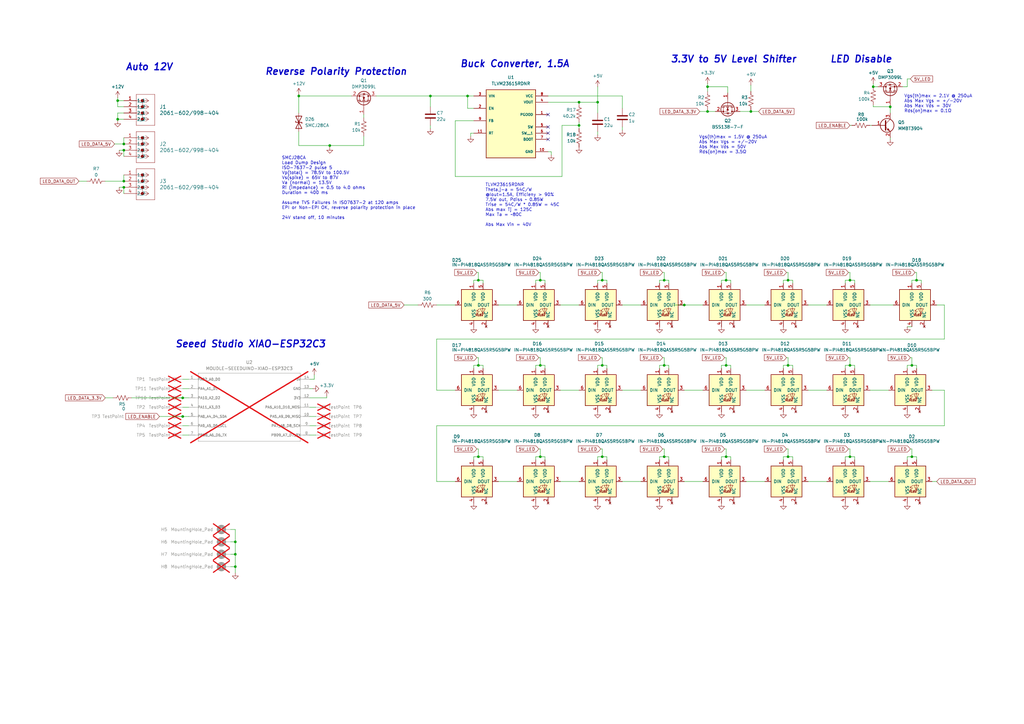
<source format=kicad_sch>
(kicad_sch (version 20231120) (generator "eeschema") (generator_version "8.0")
  (paper "A3")
  (lib_symbols
    (symbol "1-RJC-RV:IN-PI4818QAS5R5G5BPW" (pin_names (offset 1.016))
      (property "Reference" "D" (at -10.16 8.89 0))
      (property "Value" "IN-PI4818QAS5R5G5BPW" (at -9.906 -13.462 0))
      (symbol "IN-PI4818QAS5R5G5BPW_1_0"
        (text "RGBW" (at 2.286 -4.191 0) (effects (font (size 0.762 0.762))))
      )
      (symbol "IN-PI4818QAS5R5G5BPW_1_1"
        (pin power_in line (at 0 8.89 270) (length 2.54) (name "VDD") (number "1"))
        (pin no_connect line (at 5.08 -8.89 90) (length 2.54) (name "NC") (number "2"))
        (pin output line (at 10.16 0 180) (length 2.54) (name "DOUT") (number "3"))
        (pin power_in line (at 0 -8.89 90) (length 2.54) (name "VSS") (number "4"))
        (pin power_in line (at 3.81 8.89 270) (length 2.54) (name "VDD") (number "5"))
        (pin input line (at -7.62 0 0) (length 2.54) (name "DIN") (number "6"))
      )
    )
    (symbol "1-RJC-RV:MOUDLE-SEEEDUINO-XIAO-ESP32C3" (pin_names (offset 1.016))
      (property "Reference" "U" (at -21.59 15.24 0))
      (property "Value" "MOUDLE-SEEEDUINO-XIAO-ESP32C3" (at -21.59 13.97 0))
      (symbol "MOUDLE-SEEEDUINO-XIAO-ESP32C3_0_0"
        (pin bidirectional line (at -25.4 11.43 0) (length 2.54) (name "PA02_A0_D0") (number "1"))
        (pin bidirectional line (at 24.13 -3.81 180) (length 2.54) (name "PA5_A9_D9_MISO") (number "10"))
        (pin bidirectional line (at 24.13 0 180) (length 2.54) (name "PA6_A10_D10_MOSI") (number "11"))
        (pin bidirectional line (at 24.13 3.81 180) (length 2.54) (name "3V3") (number "12"))
        (pin bidirectional line (at 24.13 7.62 180) (length 2.54) (name "GND") (number "13"))
        (pin bidirectional line (at 24.13 11.43 180) (length 2.54) (name "5V") (number "14"))
        (pin bidirectional line (at -25.4 7.62 0) (length 2.54) (name "PA4_A1_D1") (number "2"))
        (pin bidirectional line (at -25.4 3.81 0) (length 2.54) (name "PA10_A2_D2") (number "3"))
        (pin bidirectional line (at -25.4 0 0) (length 2.54) (name "PA11_A3_D3") (number "4"))
        (pin bidirectional line (at -25.4 -3.81 0) (length 2.54) (name "PA8_A4_D4_SDA") (number "5"))
        (pin bidirectional line (at -25.4 -7.62 0) (length 2.54) (name "PA9_A5_D5_SCL") (number "6"))
        (pin bidirectional line (at -25.4 -11.43 0) (length 2.54) (name "PB08_A6_D6_TX") (number "7"))
        (pin bidirectional line (at 24.13 -11.43 180) (length 2.54) (name "PB09_A7_D7_RX") (number "8"))
        (pin bidirectional line (at 24.13 -7.62 180) (length 2.54) (name "PA7_A8_D8_SCK") (number "9"))
      )
    )
    (symbol "1-RJC-RV:TLVM23615RDNR" (pin_names (offset 1.016))
      (property "Reference" "U" (at -10.16 13.462 0))
      (property "Value" "TLVM23615RDNR" (at -10.16 -17.78 0))
      (symbol "TLVM23615RDNR_0_0"
        (pin output line (at 15.24 2.54 180) (length 5.08) (name "PGOOD") (number "1"))
        (pin power_in line (at 15.24 -12.7 180) (length 5.08) (name "GND") (number "10"))
        (pin passive line (at -15.24 -5.08 0) (length 5.08) (name "RT") (number "11"))
        (pin input line (at -15.24 5.08 0) (length 5.08) (name "EN") (number "2"))
        (pin input line (at -15.24 10.16 0) (length 5.08) (name "VIN") (number "3"))
        (pin output line (at 15.24 7.62 180) (length 5.08) (name "VOUT") (number "4"))
        (pin passive line (at 15.24 -2.54 180) (length 5.08) (name "SW") (number "5"))
        (pin passive line (at 15.24 -5.08 180) (length 5.08) (name "SW__1") (number "6"))
        (pin passive line (at 15.24 -7.62 180) (length 5.08) (name "BOOT") (number "7"))
        (pin output line (at 15.24 10.16 180) (length 5.08) (name "VCC") (number "8"))
        (pin input line (at -15.24 0 0) (length 5.08) (name "FB") (number "9"))
      )
    )
    (symbol "1-RJC-RV:WAGO_2061-602_998-404" (pin_names (offset 0.254))
      (property "Reference" "J" (at 8.89 6.35 0))
      (property "Value" "2061-602/998-404" (at 0 0 0))
      (symbol "WAGO_2061-602_998-404_1_1"
        (pin unspecified line (at 0 0 0) (length 5.08) (name "1_1") (number "1"))
        (pin unspecified line (at 0 -2.54 0) (length 5.08) (name "1_2") (number "2"))
        (pin unspecified line (at 0 -5.08 0) (length 5.08) (name "2_1") (number "3"))
        (pin unspecified line (at 0 -7.62 0) (length 5.08) (name "2_2") (number "4"))
      )
      (symbol "WAGO_2061-602_998-404_1_2"
        (pin unspecified line (at 0 0 0) (length 5.08) (name "1_1") (number "1"))
        (pin unspecified line (at 0 -2.54 0) (length 5.08) (name "1_2") (number "2"))
        (pin unspecified line (at 0 -5.08 0) (length 5.08) (name "2_1") (number "3"))
        (pin unspecified line (at 0 -7.62 0) (length 5.08) (name "2_2") (number "4"))
      )
    )
    (symbol "Connector:TestPoint" (pin_numbers hide) (pin_names (offset 0.762) hide)
      (property "Reference" "TP" (at 0 6.858 0))
      (property "Value" "TestPoint" (at 0 5.08 0))
      (symbol "TestPoint_1_1"
        (pin passive line (at 0 0 90) (length 2.54) (name "1") (number "1"))
      )
    )
    (symbol "Device:C" (pin_numbers hide) (pin_names (offset 0.254))
      (property "Reference" "C" (at 0.635 2.54 0))
      (property "Value" "C" (at 0.635 -2.54 0))
      (symbol "C_1_1"
        (pin passive line (at 0 3.81 270) (length 2.794) (name "~") (number "1"))
        (pin passive line (at 0 -3.81 90) (length 2.794) (name "~") (number "2"))
      )
    )
    (symbol "Device:D_TVS" (pin_numbers hide) (pin_names (offset 1.016) hide)
      (property "Reference" "D" (at 0 2.54 0))
      (property "Value" "D_TVS" (at 0 -2.54 0))
      (symbol "D_TVS_1_1"
        (pin passive line (at -3.81 0 0) (length 2.54) (name "A1") (number "1"))
        (pin passive line (at 3.81 0 180) (length 2.54) (name "A2") (number "2"))
      )
    )
    (symbol "Device:Q_NMOS_GSD" (pin_names (offset 0) hide)
      (property "Reference" "Q" (at 5.08 1.27 0))
      (property "Value" "Q_NMOS_GSD" (at 5.08 -1.27 0))
      (symbol "Q_NMOS_GSD_1_1"
        (pin input line (at -5.08 0 0) (length 2.54) (name "G") (number "1"))
        (pin passive line (at 2.54 -5.08 90) (length 2.54) (name "S") (number "2"))
        (pin passive line (at 2.54 5.08 270) (length 2.54) (name "D") (number "3"))
      )
    )
    (symbol "Device:R_US" (pin_numbers hide) (pin_names (offset 0))
      (property "Reference" "R" (at 2.54 0 90))
      (property "Value" "R_US" (at -2.54 0 90))
      (symbol "R_US_1_1"
        (pin passive line (at 0 3.81 270) (length 1.27) (name "~") (number "1"))
        (pin passive line (at 0 -3.81 90) (length 1.27) (name "~") (number "2"))
      )
    )
    (symbol "Mechanical:MountingHole_Pad" (pin_numbers hide) (pin_names (offset 1.016) hide) (exclude_from_sim yes) (in_bom no)
      (property "Reference" "H" (at 0 6.35 0))
      (property "Value" "MountingHole_Pad" (at 0 4.445 0))
      (symbol "MountingHole_Pad_1_1"
        (pin input line (at 0 -2.54 90) (length 2.54) (name "1") (number "1"))
      )
    )
    (symbol "Transistor_BJT:MMBT3904" (pin_names (offset 0) hide)
      (property "Reference" "Q" (at 5.08 1.905 0))
      (property "Value" "MMBT3904" (at 5.08 0 0))
      (symbol "MMBT3904_1_1"
        (pin input line (at -5.08 0 0) (length 5.715) (name "B") (number "1"))
        (pin passive line (at 2.54 -5.08 90) (length 2.54) (name "E") (number "2"))
        (pin passive line (at 2.54 5.08 270) (length 2.54) (name "C") (number "3"))
      )
    )
    (symbol "power:+12V" (power) (pin_numbers hide) (pin_names (offset 0) hide)
      (property "Value" "+12V" (at 0 3.556 0))
      (symbol "+12V_1_1"
        (pin power_in line (at 0 0 90) (length 0) (name "~") (number "1"))
      )
    )
    (symbol "power:+3.3V" (power) (pin_numbers hide) (pin_names (offset 0) hide)
      (property "Value" "+3.3V" (at 0 3.556 0))
      (symbol "+3.3V_1_1"
        (pin power_in line (at 0 0 90) (length 0) (name "~") (number "1"))
      )
    )
    (symbol "power:+5V" (power) (pin_numbers hide) (pin_names (offset 0) hide)
      (property "Value" "+5V" (at 0 3.556 0))
      (symbol "+5V_1_1"
        (pin power_in line (at 0 0 90) (length 0) (name "~") (number "1"))
      )
    )
    (symbol "power:GND" (power) (pin_names (offset 0))
      (property "Value" "GND" (at 0 -3.81 0))
      (symbol "GND_1_1"
        (pin power_in line (at 0 0 270) (length 0) hide (name "GND") (number "1"))
      )
    )
  )
  (junction (at 374.015 149.86))
  (junction (at 176.53 39.37))
  (junction (at 290.195 45.72))
  (junction (at 297.815 187.325))
  (junction (at 290.195 35.56))
  (junction (at 297.815 149.86))
  (junction (at 247.015 114.935))
  (junction (at 348.615 149.86))
  (junction (at 196.215 187.325))
  (junction (at 221.615 187.325))
  (junction (at 247.015 187.325))
  (junction (at 272.415 114.935))
  (junction (at 221.615 149.86))
  (junction (at 280.67 125.095))
  (junction (at 348.615 187.325))
  (junction (at 237.49 51.435))
  (junction (at 196.215 149.86))
  (junction (at 96.52 222.25))
  (junction (at 323.215 114.935))
  (junction (at 221.615 114.935))
  (junction (at 50.8 76.835))
  (junction (at 135.255 59.69))
  (junction (at 50.8 59.055))
  (junction (at 272.415 149.86))
  (junction (at 323.215 149.86))
  (junction (at 50.8 61.595))
  (junction (at 272.415 187.325))
  (junction (at 358.14 35.56))
  (junction (at 297.815 114.935))
  (junction (at 48.26 41.275))
  (junction (at 191.77 39.37))
  (junction (at 348.615 114.935))
  (junction (at 237.49 41.91))
  (junction (at 74.93 163.195))
  (junction (at 74.93 170.815))
  (junction (at 48.26 48.895))
  (junction (at 96.52 232.41))
  (junction (at 245.11 41.91))
  (junction (at 50.8 74.295))
  (junction (at 374.015 187.325))
  (junction (at 323.215 187.325))
  (junction (at 122.555 39.37))
  (junction (at 375.92 114.935))
  (junction (at 307.975 45.72))
  (junction (at 196.215 114.935))
  (junction (at 365.125 43.815))
  (junction (at 247.015 149.86))
  (junction (at 96.52 227.33))
  (no_connect (at 224.79 52.07))
  (no_connect (at 224.79 54.61))
  (no_connect (at 224.79 46.99))
  (no_connect (at 224.79 57.15))
  (wire (pts (xy 194.31 188.595) (xy 194.31 187.325)))
  (wire (pts (xy 198.12 187.325) (xy 198.12 188.595)))
  (wire (pts (xy 306.07 125.095) (xy 313.69 125.095)))
  (wire (pts (xy 272.415 111.76) (xy 272.415 114.935)))
  (wire (pts (xy 127 159.385) (xy 128.27 159.385)))
  (wire (pts (xy 272.415 114.935) (xy 274.32 114.935)))
  (wire (pts (xy 221.615 187.325) (xy 223.52 187.325)))
  (wire (pts (xy 323.215 111.76) (xy 323.215 114.935)))
  (wire (pts (xy 219.71 149.86) (xy 221.615 149.86)))
  (wire (pts (xy 372.11 188.595) (xy 372.11 187.325)))
  (wire (pts (xy 74.93 163.195) (xy 77.47 163.195)))
  (wire (pts (xy 32.385 74.295) (xy 35.56 74.295)))
  (wire (pts (xy 154.305 39.37) (xy 176.53 39.37)))
  (wire (pts (xy 96.52 232.41) (xy 96.52 234.95)))
  (wire (pts (xy 375.92 114.935) (xy 377.825 114.935)))
  (wire (pts (xy 271.78 146.685) (xy 272.415 146.685)))
  (wire (pts (xy 165.735 125.095) (xy 171.45 125.095)))
  (wire (pts (xy 365.125 57.15) (xy 365.125 56.515)))
  (wire (pts (xy 122.555 38.735) (xy 122.555 39.37)))
  (wire (pts (xy 96.52 222.25) (xy 96.52 227.33)))
  (wire (pts (xy 122.555 53.975) (xy 122.555 59.69)))
  (wire (pts (xy 248.92 149.86) (xy 248.92 151.13)))
  (wire (pts (xy 129.54 174.625) (xy 127 174.625)))
  (wire (pts (xy 356.87 197.485) (xy 364.49 197.485)))
  (wire (pts (xy 229.87 197.485) (xy 237.49 197.485)))
  (wire (pts (xy 323.215 114.935) (xy 325.12 114.935)))
  (wire (pts (xy 373.38 146.685) (xy 374.015 146.685)))
  (wire (pts (xy 280.67 197.485) (xy 288.29 197.485)))
  (wire (pts (xy 297.18 111.76) (xy 297.815 111.76)))
  (wire (pts (xy 191.77 39.37) (xy 194.31 39.37)))
  (wire (pts (xy 346.71 187.325) (xy 348.615 187.325)))
  (wire (pts (xy 195.58 184.15) (xy 196.215 184.15)))
  (wire (pts (xy 387.35 160.02) (xy 382.27 160.02)))
  (wire (pts (xy 374.015 187.325) (xy 375.92 187.325)))
  (wire (pts (xy 247.015 149.86) (xy 248.92 149.86)))
  (wire (pts (xy 247.015 114.935) (xy 248.92 114.935)))
  (wire (pts (xy 307.975 45.72) (xy 307.975 45.085)))
  (wire (pts (xy 356.87 160.02) (xy 364.49 160.02)))
  (wire (pts (xy 237.49 41.91) (xy 245.11 41.91)))
  (wire (pts (xy 384.175 197.485) (xy 382.27 197.485)))
  (wire (pts (xy 179.07 125.095) (xy 186.69 125.095)))
  (wire (pts (xy 295.91 151.13) (xy 295.91 149.86)))
  (wire (pts (xy 374.015 133.985) (xy 372.11 133.985)))
  (wire (pts (xy 237.49 50.165) (xy 237.49 51.435)))
  (wire (pts (xy 356.87 125.095) (xy 366.395 125.095)))
  (wire (pts (xy 295.91 187.325) (xy 297.815 187.325)))
  (wire (pts (xy 272.415 187.325) (xy 274.32 187.325)))
  (wire (pts (xy 198.12 149.86) (xy 198.12 151.13)))
  (wire (pts (xy 375.285 111.76) (xy 375.92 111.76)))
  (wire (pts (xy 193.04 54.61) (xy 194.31 54.61)))
  (wire (pts (xy 321.31 188.595) (xy 321.31 187.325)))
  (wire (pts (xy 191.77 39.37) (xy 191.77 44.45)))
  (wire (pts (xy 365.125 43.815) (xy 365.125 46.355)))
  (wire (pts (xy 219.71 188.595) (xy 219.71 187.325)))
  (wire (pts (xy 245.11 114.935) (xy 247.015 114.935)))
  (wire (pts (xy 245.11 151.13) (xy 245.11 149.86)))
  (wire (pts (xy 196.215 111.76) (xy 196.215 114.935)))
  (wire (pts (xy 94.615 232.41) (xy 96.52 232.41)))
  (wire (pts (xy 299.72 114.935) (xy 299.72 116.205)))
  (wire (pts (xy 223.52 149.86) (xy 223.52 151.13)))
  (wire (pts (xy 348.615 114.935) (xy 350.52 114.935)))
  (wire (pts (xy 255.27 52.07) (xy 255.27 53.34)))
  (wire (pts (xy 298.45 38.1) (xy 298.45 35.56)))
  (wire (pts (xy 219.71 116.205) (xy 219.71 114.935)))
  (wire (pts (xy 306.07 160.02) (xy 313.69 160.02)))
  (wire (pts (xy 387.35 139.065) (xy 387.35 125.095)))
  (wire (pts (xy 176.53 39.37) (xy 191.77 39.37)))
  (wire (pts (xy 237.49 51.435) (xy 230.505 51.435)))
  (wire (pts (xy 387.35 125.095) (xy 384.175 125.095)))
  (wire (pts (xy 365.125 43.815) (xy 365.125 43.18)))
  (wire (pts (xy 50.8 56.515) (xy 50.8 59.055)))
  (wire (pts (xy 270.51 114.935) (xy 272.415 114.935)))
  (wire (pts (xy 331.47 125.095) (xy 339.09 125.095)))
  (wire (pts (xy 270.51 188.595) (xy 270.51 187.325)))
  (wire (pts (xy 230.505 51.435) (xy 230.505 72.39)))
  (wire (pts (xy 350.52 149.86) (xy 350.52 151.13)))
  (wire (pts (xy 372.11 35.56) (xy 370.205 35.56)))
  (wire (pts (xy 350.52 114.935) (xy 350.52 116.205)))
  (wire (pts (xy 245.11 188.595) (xy 245.11 187.325)))
  (wire (pts (xy 346.71 114.935) (xy 348.615 114.935)))
  (wire (pts (xy 255.27 39.37) (xy 255.27 44.45)))
  (wire (pts (xy 295.91 149.86) (xy 297.815 149.86)))
  (wire (pts (xy 325.12 114.935) (xy 325.12 116.205)))
  (wire (pts (xy 245.11 41.91) (xy 245.11 46.355)))
  (wire (pts (xy 48.895 76.835) (xy 50.8 76.835)))
  (wire (pts (xy 347.98 184.15) (xy 348.615 184.15)))
  (wire (pts (xy 373.38 184.15) (xy 374.015 184.15)))
  (wire (pts (xy 290.195 45.72) (xy 293.37 45.72)))
  (wire (pts (xy 331.47 197.485) (xy 339.09 197.485)))
  (wire (pts (xy 230.505 72.39) (xy 186.69 72.39)))
  (wire (pts (xy 194.31 44.45) (xy 191.77 44.45)))
  (wire (pts (xy 74.93 159.385) (xy 77.47 159.385)))
  (wire (pts (xy 350.52 187.325) (xy 350.52 188.595)))
  (wire (pts (xy 122.555 39.37) (xy 144.145 39.37)))
  (wire (pts (xy 323.215 149.86) (xy 325.12 149.86)))
  (wire (pts (xy 375.92 149.86) (xy 375.92 151.13)))
  (wire (pts (xy 274.32 114.935) (xy 274.32 116.205)))
  (wire (pts (xy 246.38 111.76) (xy 247.015 111.76)))
  (wire (pts (xy 220.98 146.685) (xy 221.615 146.685)))
  (wire (pts (xy 179.07 197.485) (xy 179.07 174.625)))
  (wire (pts (xy 272.415 146.685) (xy 272.415 149.86)))
  (wire (pts (xy 295.91 114.935) (xy 297.815 114.935)))
  (wire (pts (xy 290.195 45.085) (xy 290.195 45.72)))
  (wire (pts (xy 128.905 153.67) (xy 128.905 155.575)))
  (wire (pts (xy 290.195 34.29) (xy 290.195 35.56)))
  (wire (pts (xy 195.58 111.76) (xy 196.215 111.76)))
  (wire (pts (xy 271.78 111.76) (xy 272.415 111.76)))
  (wire (pts (xy 358.14 35.56) (xy 360.045 35.56)))
  (wire (pts (xy 194.31 114.935) (xy 196.215 114.935)))
  (wire (pts (xy 297.815 114.935) (xy 299.72 114.935)))
  (wire (pts (xy 270.51 149.86) (xy 272.415 149.86)))
  (wire (pts (xy 373.38 32.385) (xy 372.11 32.385)))
  (wire (pts (xy 129.54 178.435) (xy 127 178.435)))
  (wire (pts (xy 43.18 74.295) (xy 50.8 74.295)))
  (wire (pts (xy 179.07 139.065) (xy 387.35 139.065)))
  (wire (pts (xy 372.11 151.13) (xy 372.11 149.86)))
  (wire (pts (xy 356.87 51.435) (xy 357.505 51.435)))
  (wire (pts (xy 246.38 146.685) (xy 247.015 146.685)))
  (wire (pts (xy 274.32 187.325) (xy 274.32 188.595)))
  (wire (pts (xy 223.52 114.935) (xy 223.52 116.205)))
  (wire (pts (xy 245.11 149.86) (xy 247.015 149.86)))
  (wire (pts (xy 220.98 111.76) (xy 221.615 111.76)))
  (wire (pts (xy 272.415 184.15) (xy 272.415 187.325)))
  (wire (pts (xy 346.71 116.205) (xy 346.71 114.935)))
  (wire (pts (xy 48.26 43.815) (xy 50.8 43.815)))
  (wire (pts (xy 255.27 197.485) (xy 262.89 197.485)))
  (wire (pts (xy 270.51 151.13) (xy 270.51 149.86)))
  (wire (pts (xy 276.225 125.095) (xy 280.67 125.095)))
  (wire (pts (xy 179.07 197.485) (xy 186.69 197.485)))
  (wire (pts (xy 245.11 53.975) (xy 245.11 55.245)))
  (wire (pts (xy 74.93 155.575) (xy 77.47 155.575)))
  (wire (pts (xy 179.07 174.625) (xy 387.35 174.625)))
  (wire (pts (xy 374.015 114.935) (xy 375.92 114.935)))
  (wire (pts (xy 50.8 61.595) (xy 50.8 64.135)))
  (wire (pts (xy 179.07 160.02) (xy 186.69 160.02)))
  (wire (pts (xy 219.71 151.13) (xy 219.71 149.86)))
  (wire (pts (xy 74.93 178.435) (xy 77.47 178.435)))
  (wire (pts (xy 297.815 187.325) (xy 299.72 187.325)))
  (wire (pts (xy 74.93 167.005) (xy 77.47 167.005)))
  (wire (pts (xy 221.615 146.685) (xy 221.615 149.86)))
  (wire (pts (xy 194.31 187.325) (xy 196.215 187.325)))
  (wire (pts (xy 96.52 217.17) (xy 96.52 222.25)))
  (wire (pts (xy 149.225 55.88) (xy 149.225 59.69)))
  (wire (pts (xy 128.905 155.575) (xy 127 155.575)))
  (wire (pts (xy 122.555 59.69) (xy 135.255 59.69)))
  (wire (pts (xy 195.58 146.685) (xy 196.215 146.685)))
  (wire (pts (xy 127 163.195) (xy 133.985 163.195)))
  (wire (pts (xy 94.615 222.25) (xy 96.52 222.25)))
  (wire (pts (xy 270.51 187.325) (xy 272.415 187.325)))
  (wire (pts (xy 50.8 76.835) (xy 50.8 79.375)))
  (wire (pts (xy 255.27 125.095) (xy 262.89 125.095)))
  (wire (pts (xy 348.615 149.86) (xy 350.52 149.86)))
  (wire (pts (xy 48.26 48.895) (xy 48.26 46.355)))
  (wire (pts (xy 348.615 51.435) (xy 349.25 51.435)))
  (wire (pts (xy 248.92 187.325) (xy 248.92 188.595)))
  (wire (pts (xy 219.71 114.935) (xy 221.615 114.935)))
  (wire (pts (xy 323.215 184.15) (xy 323.215 187.325)))
  (wire (pts (xy 48.26 48.895) (xy 50.8 48.895)))
  (wire (pts (xy 65.405 170.815) (xy 74.93 170.815)))
  (wire (pts (xy 149.225 46.99) (xy 149.225 48.26)))
  (wire (pts (xy 221.615 184.15) (xy 221.615 187.325)))
  (wire (pts (xy 198.12 114.935) (xy 198.12 116.205)))
  (wire (pts (xy 194.31 151.13) (xy 194.31 149.86)))
  (wire (pts (xy 331.47 160.02) (xy 339.09 160.02)))
  (wire (pts (xy 374.015 146.685) (xy 374.015 149.86)))
  (wire (pts (xy 204.47 160.02) (xy 212.09 160.02)))
  (wire (pts (xy 295.91 116.205) (xy 295.91 114.935)))
  (wire (pts (xy 375.92 187.325) (xy 375.92 188.595)))
  (wire (pts (xy 247.015 184.15) (xy 247.015 187.325)))
  (wire (pts (xy 129.54 167.005) (xy 127 167.005)))
  (wire (pts (xy 196.215 146.685) (xy 196.215 149.86)))
  (wire (pts (xy 224.79 41.91) (xy 237.49 41.91)))
  (wire (pts (xy 347.98 146.685) (xy 348.615 146.685)))
  (wire (pts (xy 50.8 71.755) (xy 50.8 74.295)))
  (wire (pts (xy 374.015 149.86) (xy 375.92 149.86)))
  (wire (pts (xy 372.11 32.385) (xy 372.11 35.56)))
  (wire (pts (xy 348.615 187.325) (xy 350.52 187.325)))
  (wire (pts (xy 307.975 34.925) (xy 307.975 37.465)))
  (wire (pts (xy 220.98 184.15) (xy 221.615 184.15)))
  (wire (pts (xy 358.14 34.29) (xy 358.14 35.56)))
  (wire (pts (xy 196.215 184.15) (xy 196.215 187.325)))
  (wire (pts (xy 377.825 114.935) (xy 377.825 116.205)))
  (wire (pts (xy 374.015 116.205) (xy 374.015 114.935)))
  (wire (pts (xy 375.92 111.76) (xy 375.92 114.935)))
  (wire (pts (xy 74.93 170.815) (xy 77.47 170.815)))
  (wire (pts (xy 297.18 184.15) (xy 297.815 184.15)))
  (wire (pts (xy 346.71 151.13) (xy 346.71 149.86)))
  (wire (pts (xy 321.31 116.205) (xy 321.31 114.935)))
  (wire (pts (xy 94.615 217.17) (xy 96.52 217.17)))
  (wire (pts (xy 122.555 39.37) (xy 122.555 46.355)))
  (wire (pts (xy 322.58 111.76) (xy 323.215 111.76)))
  (wire (pts (xy 358.14 43.815) (xy 365.125 43.815)))
  (wire (pts (xy 176.53 51.435) (xy 176.53 52.705)))
  (wire (pts (xy 325.12 149.86) (xy 325.12 151.13)))
  (wire (pts (xy 224.79 62.23) (xy 226.06 62.23)))
  (wire (pts (xy 186.69 49.53) (xy 194.31 49.53)))
  (wire (pts (xy 135.255 60.325) (xy 135.255 59.69)))
  (wire (pts (xy 297.815 184.15) (xy 297.815 187.325)))
  (wire (pts (xy 299.72 149.86) (xy 299.72 151.13)))
  (wire (pts (xy 280.67 160.02) (xy 288.29 160.02)))
  (wire (pts (xy 303.53 45.72) (xy 307.975 45.72)))
  (wire (pts (xy 255.27 160.02) (xy 262.89 160.02)))
  (wire (pts (xy 321.31 149.86) (xy 323.215 149.86)))
  (wire (pts (xy 346.71 188.595) (xy 346.71 187.325)))
  (wire (pts (xy 179.07 160.02) (xy 179.07 139.065)))
  (wire (pts (xy 348.615 146.685) (xy 348.615 149.86)))
  (wire (pts (xy 297.815 149.86) (xy 299.72 149.86)))
  (wire (pts (xy 322.58 146.685) (xy 323.215 146.685)))
  (wire (pts (xy 347.98 111.76) (xy 348.615 111.76)))
  (wire (pts (xy 346.71 149.86) (xy 348.615 149.86)))
  (wire (pts (xy 219.71 187.325) (xy 221.615 187.325)))
  (wire (pts (xy 323.215 187.325) (xy 325.12 187.325)))
  (wire (pts (xy 48.26 49.53) (xy 48.26 48.895)))
  (wire (pts (xy 221.615 149.86) (xy 223.52 149.86)))
  (wire (pts (xy 247.015 187.325) (xy 248.92 187.325)))
  (wire (pts (xy 321.31 114.935) (xy 323.215 114.935)))
  (wire (pts (xy 133.985 163.195) (xy 133.985 162.56)))
  (wire (pts (xy 247.015 111.76) (xy 247.015 114.935)))
  (wire (pts (xy 322.58 184.15) (xy 323.215 184.15)))
  (wire (pts (xy 96.52 227.33) (xy 96.52 232.41)))
  (wire (pts (xy 287.02 45.72) (xy 290.195 45.72)))
  (wire (pts (xy 194.31 149.86) (xy 196.215 149.86)))
  (wire (pts (xy 94.615 227.33) (xy 96.52 227.33)))
  (wire (pts (xy 299.72 187.325) (xy 299.72 188.595)))
  (wire (pts (xy 193.04 54.61) (xy 193.04 55.88)))
  (wire (pts (xy 196.215 187.325) (xy 198.12 187.325)))
  (wire (pts (xy 48.26 41.275) (xy 50.8 41.275)))
  (wire (pts (xy 321.31 187.325) (xy 323.215 187.325)))
  (wire (pts (xy 176.53 39.37) (xy 176.53 43.815)))
  (wire (pts (xy 48.895 61.595) (xy 50.8 61.595)))
  (wire (pts (xy 280.67 125.095) (xy 288.29 125.095)))
  (wire (pts (xy 229.87 125.095) (xy 237.49 125.095)))
  (wire (pts (xy 297.815 111.76) (xy 297.815 114.935)))
  (wire (pts (xy 196.215 114.935) (xy 198.12 114.935)))
  (wire (pts (xy 204.47 197.485) (xy 212.09 197.485)))
  (wire (pts (xy 129.54 170.815) (xy 127 170.815)))
  (wire (pts (xy 74.93 174.625) (xy 77.47 174.625)))
  (wire (pts (xy 297.815 146.685) (xy 297.815 149.86)))
  (wire (pts (xy 194.31 116.205) (xy 194.31 114.935)))
  (wire (pts (xy 237.49 41.91) (xy 237.49 42.545)))
  (wire (pts (xy 290.195 35.56) (xy 290.195 37.465)))
  (wire (pts (xy 223.52 187.325) (xy 223.52 188.595)))
  (wire (pts (xy 204.47 125.095) (xy 212.09 125.095)))
  (wire (pts (xy 271.78 184.15) (xy 272.415 184.15)))
  (wire (pts (xy 229.87 160.02) (xy 237.49 160.02)))
  (wire (pts (xy 372.11 187.325) (xy 374.015 187.325)))
  (wire (pts (xy 274.32 149.86) (xy 274.32 151.13)))
  (wire (pts (xy 387.35 174.625) (xy 387.35 160.02)))
  (wire (pts (xy 221.615 111.76) (xy 221.615 114.935)))
  (wire (pts (xy 237.49 51.435) (xy 237.49 52.705)))
  (wire (pts (xy 372.11 149.86) (xy 374.015 149.86)))
  (wire (pts (xy 224.79 39.37) (xy 255.27 39.37)))
  (wire (pts (xy 46.99 59.055) (xy 50.8 59.055)))
  (wire (pts (xy 149.225 59.69) (xy 135.255 59.69)))
  (wire (pts (xy 48.26 40.005) (xy 48.26 41.275)))
  (wire (pts (xy 247.015 146.685) (xy 247.015 149.86)))
  (wire (pts (xy 270.51 116.205) (xy 270.51 114.935)))
  (wire (pts (xy 321.31 151.13) (xy 321.31 149.86)))
  (wire (pts (xy 358.14 43.18) (xy 358.14 43.815)))
  (wire (pts (xy 348.615 111.76) (xy 348.615 114.935)))
  (wire (pts (xy 245.11 116.205) (xy 245.11 114.935)))
  (wire (pts (xy 297.18 146.685) (xy 297.815 146.685)))
  (wire (pts (xy 245.11 35.56) (xy 245.11 41.91)))
  (wire (pts (xy 226.06 62.23) (xy 226.06 63.5)))
  (wire (pts (xy 248.92 114.935) (xy 248.92 116.205)))
  (wire (pts (xy 48.26 41.275) (xy 48.26 43.815)))
  (wire (pts (xy 186.69 72.39) (xy 186.69 49.53)))
  (wire (pts (xy 196.215 149.86) (xy 198.12 149.86)))
  (wire (pts (xy 306.07 197.485) (xy 313.69 197.485)))
  (wire (pts (xy 43.18 163.195) (xy 46.355 163.195)))
  (wire (pts (xy 323.215 146.685) (xy 323.215 149.86)))
  (wire (pts (xy 272.415 149.86) (xy 274.32 149.86)))
  (wire (pts (xy 221.615 114.935) (xy 223.52 114.935)))
  (wire (pts (xy 246.38 184.15) (xy 247.015 184.15)))
  (wire (pts (xy 53.975 163.195) (xy 74.93 163.195)))
  (wire (pts (xy 374.015 184.15) (xy 374.015 187.325)))
  (wire (pts (xy 307.975 45.72) (xy 311.15 45.72)))
  (wire (pts (xy 298.45 35.56) (xy 290.195 35.56)))
  (wire (pts (xy 348.615 184.15) (xy 348.615 187.325)))
  (wire (pts (xy 325.12 187.325) (xy 325.12 188.595)))
  (wire (pts (xy 48.26 46.355) (xy 50.8 46.355)))
  (wire (pts (xy 245.11 187.325) (xy 247.015 187.325)))
  (wire (pts (xy 295.91 188.595) (xy 295.91 187.325)))
  (text "LED Disable" (at 340.36 26.035 0) (effects (font (size 2.794 2.794) (thickness 0.5) (bold yes) (italic yes)) (justify left bottom)))
  (text "SMCJ28CA\nLoad Dump Design\nISO-7637-2 pulse 5\nVp(total) = 78.5V to 100.5V\nVs(spike) = 65V to 87V\nVa (normal) = 13.5V\nRi (impedance) = 0.5 to 4.0 ohms\nDuration = 400 ms\n\nAssume TVS Failures in ISO7637-2 at 120 amps\nEPI or Non-EPI OK, reverse polarity protection in place\n\n24V stand off, 10 minutes" (at 115.57 64.135 0) (effects (font (size 1.27 1.27) (thickness 0.1588)) (justify left top)))
  (text "TLVM23615RDNR\nTheta,j-a = 54C/W\n@Iout=1.5A, Efficieny > 90%\n7.5W out, Pdiss ~ 0.85W\nTrise = 54C/W * 0.85W = 45C\nAbs max Tj = 125C\nMax Ta = ~80C\n\nAbs Max Vin = 40V" (at 199.0725 93.0275 0) (effects (font (size 1.27 1.27)) (justify left bottom)))
  (text "Buck Converter, 1.5A" (at 188.595 27.94 0) (effects (font (size 2.794 2.794) (thickness 0.5) (bold yes) (italic yes)) (justify left bottom)))
  (text "Vgs(th)max = 2.1V @ 250uA\nAbs Max Vgs = +/-20V\nAbs Max Vds = 30V\nRds(on)max = 0.1Ω" (at 370.84 46.355 0) (effects (font (size 1.27 1.27)) (justify left bottom)))
  (text "Vgs(th)max = 1.5V @ 250uA\nAbs Max Vgs = +/-20V\nAbs Max Vds = 50V\nRds(on)max = 3.5Ω" (at 286.7025 63.1825 0) (effects (font (size 1.27 1.27)) (justify left bottom)))
  (text "Auto 12V" (at 51.435 29.21 0) (effects (font (size 2.794 2.794) (thickness 0.5) (bold yes) (italic yes)) (justify left bottom)))
  (text "Seeed Studio XIAO-ESP32C3" (at 71.755 142.875 0) (effects (font (size 2.794 2.794) (thickness 0.5) (bold yes) (italic yes)) (justify left bottom)))
  (text "3.3V to 5V Level Shifter" (at 274.955 26.035 0) (effects (font (size 2.794 2.794) (thickness 0.5) (bold yes) (italic yes)) (justify left bottom)))
  (text "Reverse Polarity Protection" (at 108.585 31.115 0) (effects (font (size 2.794 2.794) (thickness 0.5) (bold yes) (italic yes)) (justify left bottom)))
  (text "Bugs:\nQ1 is backwards" (at 19.05 -16.51 0) (effects (font (size 2.794 2.794) (thickness 0.5) (bold yes) (italic yes)) (justify left bottom)))
  (global_label "5V_LED" (shape input) (at 195.58 184.15 180) (property "Intersheetrefs" "${INTERSHEET_REFS}" (effects (hide yes))))
  (global_label "5V_LED" (shape input) (at 297.18 146.685 180) (property "Intersheetrefs" "${INTERSHEET_REFS}" (effects (hide yes))))
  (global_label "5V_LED" (shape input) (at 246.38 184.15 180) (property "Intersheetrefs" "${INTERSHEET_REFS}" (effects (hide yes))))
  (global_label "5V_LED" (shape input) (at 246.38 146.685 180) (property "Intersheetrefs" "${INTERSHEET_REFS}" (effects (hide yes))))
  (global_label "5V_LED" (shape input) (at 271.78 146.685 180) (property "Intersheetrefs" "${INTERSHEET_REFS}" (effects (hide yes))))
  (global_label "LED_DATA_OUT" (shape input) (at 32.385 74.295 180) (property "Intersheetrefs" "${INTERSHEET_REFS}" (effects (hide yes))))
  (global_label "LED_DATA_5V" (shape input) (at 46.99 59.055 180) (property "Intersheetrefs" "${INTERSHEET_REFS}" (effects (hide yes))))
  (global_label "5V_LED" (shape input) (at 271.78 184.15 180) (property "Intersheetrefs" "${INTERSHEET_REFS}" (effects (hide yes))))
  (global_label "5V_LED" (shape input) (at 246.38 111.76 180) (property "Intersheetrefs" "${INTERSHEET_REFS}" (effects (hide yes))))
  (global_label "5V_LED" (shape input) (at 373.38 32.385 0) (property "Intersheetrefs" "${INTERSHEET_REFS}" (effects (hide yes))))
  (global_label "LED_DATA_5V" (shape input) (at 311.15 45.72 0) (property "Intersheetrefs" "${INTERSHEET_REFS}" (effects (hide yes))))
  (global_label "5V_LED" (shape input) (at 322.58 146.685 180) (property "Intersheetrefs" "${INTERSHEET_REFS}" (effects (hide yes))))
  (global_label "LED_DATA_3.3V" (shape input) (at 287.02 45.72 180) (property "Intersheetrefs" "${INTERSHEET_REFS}" (effects (hide yes))))
  (global_label "5V_LED" (shape input) (at 347.98 184.15 180) (property "Intersheetrefs" "${INTERSHEET_REFS}" (effects (hide yes))))
  (global_label "5V_LED" (shape input) (at 195.58 111.76 180) (property "Intersheetrefs" "${INTERSHEET_REFS}" (effects (hide yes))))
  (global_label "5V_LED" (shape input) (at 220.98 184.15 180) (property "Intersheetrefs" "${INTERSHEET_REFS}" (effects (hide yes))))
  (global_label "5V_LED" (shape input) (at 375.285 111.76 180) (property "Intersheetrefs" "${INTERSHEET_REFS}" (effects (hide yes))))
  (global_label "LED_DATA_OUT" (shape input) (at 384.175 197.485 0) (property "Intersheetrefs" "${INTERSHEET_REFS}" (effects (hide yes))))
  (global_label "5V_LED" (shape input) (at 220.98 111.76 180) (property "Intersheetrefs" "${INTERSHEET_REFS}" (effects (hide yes))))
  (global_label "5V_LED" (shape input) (at 322.58 184.15 180) (property "Intersheetrefs" "${INTERSHEET_REFS}" (effects (hide yes))))
  (global_label "LED_ENABLE" (shape input) (at 348.615 51.435 180) (property "Intersheetrefs" "${INTERSHEET_REFS}" (effects (hide yes))))
  (global_label "5V_LED" (shape input) (at 322.58 111.76 180) (property "Intersheetrefs" "${INTERSHEET_REFS}" (effects (hide yes))))
  (global_label "5V_LED" (shape input) (at 347.98 146.685 180) (property "Intersheetrefs" "${INTERSHEET_REFS}" (effects (hide yes))))
  (global_label "5V_LED" (shape input) (at 195.58 146.685 180) (property "Intersheetrefs" "${INTERSHEET_REFS}" (effects (hide yes))))
  (global_label "LED_ENABLE" (shape input) (at 65.405 170.815 180) (property "Intersheetrefs" "${INTERSHEET_REFS}" (effects (hide yes))))
  (global_label "5V_LED" (shape input) (at 347.98 111.76 180) (property "Intersheetrefs" "${INTERSHEET_REFS}" (effects (hide yes))))
  (global_label "5V_LED" (shape input) (at 220.98 146.685 180) (property "Intersheetrefs" "${INTERSHEET_REFS}" (effects (hide yes))))
  (global_label "5V_LED" (shape input) (at 373.38 184.15 180) (property "Intersheetrefs" "${INTERSHEET_REFS}" (effects (hide yes))))
  (global_label "LED_DATA_5V" (shape input) (at 165.735 125.095 180) (property "Intersheetrefs" "${INTERSHEET_REFS}" (effects (hide yes))))
  (global_label "5V_LED" (shape input) (at 373.38 146.685 180) (property "Intersheetrefs" "${INTERSHEET_REFS}" (effects (hide yes))))
  (global_label "5V_LED" (shape input) (at 297.18 184.15 180) (property "Intersheetrefs" "${INTERSHEET_REFS}" (effects (hide yes))))
  (global_label "5V_LED" (shape input) (at 271.78 111.76 180) (property "Intersheetrefs" "${INTERSHEET_REFS}" (effects (hide yes))))
  (global_label "LED_DATA_3.3V" (shape input) (at 43.18 163.195 180) (property "Intersheetrefs" "${INTERSHEET_REFS}" (effects (hide yes))))
  (global_label "5V_LED" (shape input) (at 297.18 111.76 180) (property "Intersheetrefs" "${INTERSHEET_REFS}" (effects (hide yes))))
  (symbol (lib_id "1-RJC-RV:IN-PI4818QAS5R5G5BPW") (at 194.31 160.02 0) (unit 1)
    (property "Reference" "D17" (at 187.325 141.605 0))
    (property "Value" "IN-PI4818QAS5R5G5BPW" (at 197.485 143.51 0))
    (property "Footprint" "1-rjc-rv:LED_IN-PI42TASPRPGPB" (effects (hide yes)))
    (property "Datasheet" "https://www.digikey.com/en/products/detail/inolux/in-pi4818qas5r5g5bpw/16964400" (effects (hide yes)))
    (property "PARTREV" "Oct. 10, 2021" (effects (hide yes)))
    (property "STANDARD" "Manufacturer Recommendations" (effects (hide yes)))
    (property "SNAPEDA_PN" "IN-PI42TASPRPGPB" (effects (hide yes)))
    (property "MAXIMUM_PACKAGE_HEIGHT" "2.05 mm" (effects (hide yes)))
    (property "MANUFACTURER" "Inolux" (effects (hide yes)))
  )
  (symbol (lib_id "Device:Q_NMOS_GSD") (at 298.45 43.18 270) (unit 1)
    (property "Reference" "Q2" (at 298.45 49.53 90))
    (property "Value" "BSS138-7-F" (at 298.45 52.07 90))
    (property "Footprint" "Package_TO_SOT_SMD:TSOT-23_HandSoldering" (effects (hide yes)))
    (property "Datasheet" "https://www.digikey.com/en/products/detail/diodes-incorporated/BSS138-7-F/717723" (effects (hide yes)))
  )
  (symbol (lib_id "1-RJC-RV:TLVM23615RDNR") (at 209.55 49.53 0) (unit 1)
    (property "Reference" "U1" (at 209.55 31.75 0))
    (property "Value" "TLVM23615RDNR" (at 209.55 34.29 0))
    (property "Footprint" "1-rjc-rv:TLVM23615RDNR" (effects (hide yes)))
    (property "Datasheet" "https://www.digikey.com/en/products/detail/texas-instruments/TLVM23615RDNR/18716429?s=N4IgTCBcDaICoBkBqBZMBmAbARgKwCUARAOXxAF0BfIA" (effects (hide yes)))
    (property "PARTREV" "B" (effects (hide yes)))
    (property "STANDARD" "Manufacturer Recommendations" (effects (hide yes)))
    (property "MAXIMUM_PACKAGE_HEIGHT" "2.1mm" (effects (hide yes)))
    (property "MANUFACTURER" "Texas Instruments" (effects (hide yes)))
  )
  (symbol (lib_id "power:GND") (at 245.11 168.91 0) (unit 1)
    (property "Reference" "#PWR026" (effects (hide yes)))
    (property "Value" "GND" (effects (hide yes)))
  )
  (symbol (lib_id "1-RJC-RV:IN-PI4818QAS5R5G5BPW") (at 346.71 197.485 0) (unit 1)
    (property "Reference" "D3" (at 347.345 178.435 0))
    (property "Value" "IN-PI4818QAS5R5G5BPW" (at 349.885 180.975 0))
    (property "Footprint" "1-rjc-rv:LED_IN-PI42TASPRPGPB" (effects (hide yes)))
    (property "Datasheet" "https://www.digikey.com/en/products/detail/inolux/in-pi4818qas5r5g5bpw/16964400" (effects (hide yes)))
    (property "PARTREV" "Oct. 10, 2021" (effects (hide yes)))
    (property "STANDARD" "Manufacturer Recommendations" (effects (hide yes)))
    (property "SNAPEDA_PN" "IN-PI42TASPRPGPB" (effects (hide yes)))
    (property "MAXIMUM_PACKAGE_HEIGHT" "2.05 mm" (effects (hide yes)))
    (property "MANUFACTURER" "Inolux" (effects (hide yes)))
  )
  (symbol (lib_id "Connector:TestPoint") (at 129.54 170.815 270) (mirror x) (unit 1) (in_bom no) (dnp yes)
    (property "Reference" "TP7" (at 146.685 170.815 90))
    (property "Value" "TestPoint" (at 139.065 170.815 90))
    (property "Footprint" "1-rjc-rv:TP_SMT_25mil" (effects (hide yes)))
    (property "Description" "test point" (effects (hide yes)))
  )
  (symbol (lib_id "Device:R_US") (at 237.49 46.355 0) (unit 1)
    (property "Reference" "R17" (at 236.22 45.085 0) (effects (justify right)))
    (property "Value" "40.2k" (at 236.22 47.625 0) (effects (justify right)))
    (property "Footprint" "Resistor_SMD:R_1206_3216Metric_Pad1.30x1.75mm_HandSolder" (effects (hide yes)))
    (property "Datasheet" "https://www.digikey.com/en/products/detail/stackpole-electronics-inc/RMCF1210FT40K2/1758736" (effects (hide yes)))
  )
  (symbol (lib_id "1-RJC-RV:IN-PI4818QAS5R5G5BPW") (at 270.51 125.095 0) (unit 1)
    (property "Reference" "D22" (at 271.145 106.045 0))
    (property "Value" "IN-PI4818QAS5R5G5BPW" (at 273.685 108.585 0))
    (property "Footprint" "1-rjc-rv:LED_IN-PI42TASPRPGPB" (effects (hide yes)))
    (property "Datasheet" "https://www.digikey.com/en/products/detail/inolux/in-pi4818qas5r5g5bpw/16964400" (effects (hide yes)))
    (property "PARTREV" "Oct. 10, 2021" (effects (hide yes)))
    (property "STANDARD" "Manufacturer Recommendations" (effects (hide yes)))
    (property "SNAPEDA_PN" "IN-PI42TASPRPGPB" (effects (hide yes)))
    (property "MAXIMUM_PACKAGE_HEIGHT" "2.05 mm" (effects (hide yes)))
    (property "MANUFACTURER" "Inolux" (effects (hide yes)))
  )
  (symbol (lib_id "power:GND") (at 346.71 206.375 0) (unit 1)
    (property "Reference" "#PWR02" (effects (hide yes)))
    (property "Value" "GND" (effects (hide yes)))
  )
  (symbol (lib_id "1-RJC-RV:WAGO_2061-602_998-404") (at 50.8 56.515 0) (unit 1)
    (property "Reference" "J2" (at 65.405 59.0549 0) (effects (font (size 1.524 1.524)) (justify left)))
    (property "Value" "2061-602/998-404" (at 65.405 61.5949 0) (effects (font (size 1.524 1.524)) (justify left)))
    (property "Footprint" "1-rjc-rv:WAGO_CONN2_2061-602_998-404_WAG" (effects (hide yes)))
    (property "Datasheet" "2061-602/998-404" (effects (hide yes)))
  )
  (symbol (lib_id "power:GND") (at 245.11 133.985 0) (unit 1)
    (property "Reference" "#PWR034" (effects (hide yes)))
    (property "Value" "GND" (effects (hide yes)))
  )
  (symbol (lib_id "power:GND") (at 321.31 206.375 0) (unit 1)
    (property "Reference" "#PWR06" (effects (hide yes)))
    (property "Value" "GND" (effects (hide yes)))
  )
  (symbol (lib_id "Device:D_TVS") (at 122.555 50.165 90) (unit 1)
    (property "Reference" "D26" (at 125.095 48.8949 90) (effects (justify right)))
    (property "Value" "SMCJ28CA" (at 125.095 51.4349 90) (effects (justify right)))
    (property "Footprint" "Diode_SMD:D_SMC_Handsoldering" (effects (hide yes)))
    (property "Datasheet" "https://www.digikey.com/en/products/detail/taiwan-semiconductor-corporation/SMCJ28CA/3042735" (effects (hide yes)))
    (property "Description" "Bidirectional transient-voltage-suppression diode" (effects (hide yes)))
  )
  (symbol (lib_id "1-RJC-RV:IN-PI4818QAS5R5G5BPW") (at 321.31 197.485 0) (unit 1)
    (property "Reference" "D4" (at 321.945 178.435 0))
    (property "Value" "IN-PI4818QAS5R5G5BPW" (at 324.485 180.975 0))
    (property "Footprint" "1-rjc-rv:LED_IN-PI42TASPRPGPB" (effects (hide yes)))
    (property "Datasheet" "https://www.digikey.com/en/products/detail/inolux/in-pi4818qas5r5g5bpw/16964400" (effects (hide yes)))
    (property "PARTREV" "Oct. 10, 2021" (effects (hide yes)))
    (property "STANDARD" "Manufacturer Recommendations" (effects (hide yes)))
    (property "SNAPEDA_PN" "IN-PI42TASPRPGPB" (effects (hide yes)))
    (property "MAXIMUM_PACKAGE_HEIGHT" "2.05 mm" (effects (hide yes)))
    (property "MANUFACTURER" "Inolux" (effects (hide yes)))
  )
  (symbol (lib_id "power:GND") (at 372.11 133.985 0) (unit 1)
    (property "Reference" "#PWR029" (effects (hide yes)))
    (property "Value" "GND" (effects (hide yes)))
  )
  (symbol (lib_id "1-RJC-RV:IN-PI4818QAS5R5G5BPW") (at 374.015 125.095 0) (unit 1)
    (property "Reference" "D18" (at 375.92 106.68 0))
    (property "Value" "IN-PI4818QAS5R5G5BPW" (at 375.285 108.585 0))
    (property "Footprint" "1-rjc-rv:LED_IN-PI42TASPRPGPB" (effects (hide yes)))
    (property "Datasheet" "https://www.digikey.com/en/products/detail/inolux/in-pi4818qas5r5g5bpw/16964400" (effects (hide yes)))
    (property "PARTREV" "Oct. 10, 2021" (effects (hide yes)))
    (property "STANDARD" "Manufacturer Recommendations" (effects (hide yes)))
    (property "SNAPEDA_PN" "IN-PI42TASPRPGPB" (effects (hide yes)))
    (property "MAXIMUM_PACKAGE_HEIGHT" "2.05 mm" (effects (hide yes)))
    (property "MANUFACTURER" "Inolux" (effects (hide yes)))
  )
  (symbol (lib_id "power:GND") (at 194.31 206.375 0) (unit 1)
    (property "Reference" "#PWR020" (effects (hide yes)))
    (property "Value" "GND" (effects (hide yes)))
  )
  (symbol (lib_id "power:GND") (at 295.91 206.375 0) (unit 1)
    (property "Reference" "#PWR08" (effects (hide yes)))
    (property "Value" "GND" (effects (hide yes)))
  )
  (symbol (lib_id "Connector:TestPoint") (at 129.54 167.005 270) (mirror x) (unit 1) (in_bom no) (dnp yes)
    (property "Reference" "TP6" (at 146.685 167.005 90))
    (property "Value" "TestPoint" (at 139.065 167.005 90))
    (property "Footprint" "1-rjc-rv:TP_SMT_25mil" (effects (hide yes)))
    (property "Description" "test point" (effects (hide yes)))
  )
  (symbol (lib_id "power:GND") (at 270.51 168.91 0) (unit 1)
    (property "Reference" "#PWR025" (effects (hide yes)))
    (property "Value" "GND" (effects (hide yes)))
  )
  (symbol (lib_id "1-RJC-RV:IN-PI4818QAS5R5G5BPW") (at 321.31 160.02 0) (unit 1)
    (property "Reference" "D12" (at 321.945 140.97 0))
    (property "Value" "IN-PI4818QAS5R5G5BPW" (at 324.485 143.51 0))
    (property "Footprint" "1-rjc-rv:LED_IN-PI42TASPRPGPB" (effects (hide yes)))
    (property "Datasheet" "https://www.digikey.com/en/products/detail/inolux/in-pi4818qas5r5g5bpw/16964400" (effects (hide yes)))
    (property "PARTREV" "Oct. 10, 2021" (effects (hide yes)))
    (property "STANDARD" "Manufacturer Recommendations" (effects (hide yes)))
    (property "SNAPEDA_PN" "IN-PI42TASPRPGPB" (effects (hide yes)))
    (property "MAXIMUM_PACKAGE_HEIGHT" "2.05 mm" (effects (hide yes)))
    (property "MANUFACTURER" "Inolux" (effects (hide yes)))
  )
  (symbol (lib_id "power:+5V") (at 245.11 35.56 0) (unit 1)
    (property "Reference" "#PWR018" (effects (hide yes)))
    (property "Value" "+5V" (at 245.11 31.115 0))
    (property "Description" "Power symbol creates a global label with name \"+5V\"" (effects (hide yes)))
  )
  (symbol (lib_id "Device:Q_NMOS_GSD") (at 365.125 38.1 90) (unit 1)
    (property "Reference" "Q3" (at 365.125 29.21 90))
    (property "Value" "DMP3099L" (at 365.125 31.75 90))
    (property "Footprint" "Package_TO_SOT_SMD:TSOT-23_HandSoldering" (effects (hide yes)))
    (property "Datasheet" "https://www.digikey.com/en/products/detail/diodes-incorporated/DMP3099L-7/4471075" (effects (hide yes)))
  )
  (symbol (lib_id "Transistor_BJT:MMBT3904") (at 362.585 51.435 0) (unit 1)
    (property "Reference" "Q5" (at 368.3 50.1649 0) (effects (justify left)))
    (property "Value" "MMBT3904" (at 368.3 52.7049 0) (effects (justify left)))
    (property "Footprint" "Package_TO_SOT_SMD:SOT-23" (effects (hide yes)))
    (property "Datasheet" "https://www.digikey.com/en/products/detail/nexperia-usa-inc/MMBT3904-215/1156599" (effects (hide yes)))
    (property "Description" "0.2A Ic, 40V Vce, Small Signal NPN Transistor, SOT-23" (effects (hide yes)))
  )
  (symbol (lib_id "1-RJC-RV:IN-PI4818QAS5R5G5BPW") (at 321.31 125.095 0) (unit 1)
    (property "Reference" "D20" (at 321.945 106.045 0))
    (property "Value" "IN-PI4818QAS5R5G5BPW" (at 324.485 108.585 0))
    (property "Footprint" "1-rjc-rv:LED_IN-PI42TASPRPGPB" (effects (hide yes)))
    (property "Datasheet" "https://www.digikey.com/en/products/detail/inolux/in-pi4818qas5r5g5bpw/16964400" (effects (hide yes)))
    (property "PARTREV" "Oct. 10, 2021" (effects (hide yes)))
    (property "STANDARD" "Manufacturer Recommendations" (effects (hide yes)))
    (property "SNAPEDA_PN" "IN-PI42TASPRPGPB" (effects (hide yes)))
    (property "MAXIMUM_PACKAGE_HEIGHT" "2.05 mm" (effects (hide yes)))
    (property "MANUFACTURER" "Inolux" (effects (hide yes)))
  )
  (symbol (lib_id "power:GND") (at 295.91 168.91 0) (unit 1)
    (property "Reference" "#PWR024" (effects (hide yes)))
    (property "Value" "GND" (effects (hide yes)))
  )
  (symbol (lib_id "1-RJC-RV:IN-PI4818QAS5R5G5BPW") (at 219.71 160.02 0) (unit 1)
    (property "Reference" "D16" (at 220.345 140.97 0))
    (property "Value" "IN-PI4818QAS5R5G5BPW" (at 222.885 143.51 0))
    (property "Footprint" "1-rjc-rv:LED_IN-PI42TASPRPGPB" (effects (hide yes)))
    (property "Datasheet" "https://www.digikey.com/en/products/detail/inolux/in-pi4818qas5r5g5bpw/16964400" (effects (hide yes)))
    (property "PARTREV" "Oct. 10, 2021" (effects (hide yes)))
    (property "STANDARD" "Manufacturer Recommendations" (effects (hide yes)))
    (property "SNAPEDA_PN" "IN-PI42TASPRPGPB" (effects (hide yes)))
    (property "MAXIMUM_PACKAGE_HEIGHT" "2.05 mm" (effects (hide yes)))
    (property "MANUFACTURER" "Inolux" (effects (hide yes)))
  )
  (symbol (lib_id "power:GND") (at 48.26 49.53 0) (unit 1)
    (property "Reference" "#PWR039" (effects (hide yes)))
    (property "Value" "GND" (effects (hide yes)))
  )
  (symbol (lib_id "1-RJC-RV:IN-PI4818QAS5R5G5BPW") (at 219.71 125.095 0) (unit 1)
    (property "Reference" "D24" (at 220.345 106.045 0))
    (property "Value" "IN-PI4818QAS5R5G5BPW" (at 222.885 108.585 0))
    (property "Footprint" "1-rjc-rv:LED_IN-PI42TASPRPGPB" (effects (hide yes)))
    (property "Datasheet" "https://www.digikey.com/en/products/detail/inolux/in-pi4818qas5r5g5bpw/16964400" (effects (hide yes)))
    (property "PARTREV" "Oct. 10, 2021" (effects (hide yes)))
    (property "STANDARD" "Manufacturer Recommendations" (effects (hide yes)))
    (property "SNAPEDA_PN" "IN-PI42TASPRPGPB" (effects (hide yes)))
    (property "MAXIMUM_PACKAGE_HEIGHT" "2.05 mm" (effects (hide yes)))
    (property "MANUFACTURER" "Inolux" (effects (hide yes)))
  )
  (symbol (lib_id "Connector:TestPoint") (at 74.93 163.195 90) (unit 1) (in_bom no) (dnp yes)
    (property "Reference" "TP10" (at 57.785 163.195 90))
    (property "Value" "TestPoint" (at 65.405 163.195 90))
    (property "Footprint" "1-rjc-rv:TP_SMT_25mil" (effects (hide yes)))
    (property "Description" "test point" (effects (hide yes)))
  )
  (symbol (lib_id "1-RJC-RV:WAGO_2061-602_998-404") (at 50.8 41.275 0) (unit 1)
    (property "Reference" "J1" (at 65.405 43.8149 0) (effects (font (size 1.524 1.524)) (justify left)))
    (property "Value" "2061-602/998-404" (at 65.405 46.3549 0) (effects (font (size 1.524 1.524)) (justify left)))
    (property "Footprint" "1-rjc-rv:WAGO_CONN2_2061-602_998-404_WAG" (effects (hide yes)))
    (property "Datasheet" "2061-602/998-404" (effects (hide yes)))
  )
  (symbol (lib_id "power:GND") (at 194.31 133.985 0) (unit 1)
    (property "Reference" "#PWR036" (effects (hide yes)))
    (property "Value" "GND" (effects (hide yes)))
  )
  (symbol (lib_id "Device:C") (at 255.27 48.26 0) (unit 1)
    (property "Reference" "C2" (at 257.81 46.99 0) (effects (justify left)))
    (property "Value" "1u" (at 257.81 49.53 0) (effects (justify left)))
    (property "Footprint" "Capacitor_SMD:C_1210_3225Metric_Pad1.33x2.70mm_HandSolder" (effects (hide yes)))
    (property "Datasheet" "https://www.digikey.com/en/products/detail/samsung-electro-mechanics/CL31A226MOCLNNC/3888386" (effects (hide yes)))
  )
  (symbol (lib_id "1-RJC-RV:IN-PI4818QAS5R5G5BPW") (at 295.91 160.02 0) (unit 1)
    (property "Reference" "D13" (at 296.545 140.97 0))
    (property "Value" "IN-PI4818QAS5R5G5BPW" (at 299.085 143.51 0))
    (property "Footprint" "1-rjc-rv:LED_IN-PI42TASPRPGPB" (effects (hide yes)))
    (property "Datasheet" "https://www.digikey.com/en/products/detail/inolux/in-pi4818qas5r5g5bpw/16964400" (effects (hide yes)))
    (property "PARTREV" "Oct. 10, 2021" (effects (hide yes)))
    (property "STANDARD" "Manufacturer Recommendations" (effects (hide yes)))
    (property "SNAPEDA_PN" "IN-PI42TASPRPGPB" (effects (hide yes)))
    (property "MAXIMUM_PACKAGE_HEIGHT" "2.05 mm" (effects (hide yes)))
    (property "MANUFACTURER" "Inolux" (effects (hide yes)))
  )
  (symbol (lib_id "power:GND") (at 194.31 168.91 0) (unit 1)
    (property "Reference" "#PWR028" (effects (hide yes)))
    (property "Value" "GND" (effects (hide yes)))
  )
  (symbol (lib_id "1-RJC-RV:IN-PI4818QAS5R5G5BPW") (at 245.11 160.02 0) (unit 1)
    (property "Reference" "D15" (at 245.745 140.97 0))
    (property "Value" "IN-PI4818QAS5R5G5BPW" (at 248.285 143.51 0))
    (property "Footprint" "1-rjc-rv:LED_IN-PI42TASPRPGPB" (effects (hide yes)))
    (property "Datasheet" "https://www.digikey.com/en/products/detail/inolux/in-pi4818qas5r5g5bpw/16964400" (effects (hide yes)))
    (property "PARTREV" "Oct. 10, 2021" (effects (hide yes)))
    (property "STANDARD" "Manufacturer Recommendations" (effects (hide yes)))
    (property "SNAPEDA_PN" "IN-PI42TASPRPGPB" (effects (hide yes)))
    (property "MAXIMUM_PACKAGE_HEIGHT" "2.05 mm" (effects (hide yes)))
    (property "MANUFACTURER" "Inolux" (effects (hide yes)))
  )
  (symbol (lib_id "power:GND") (at 372.11 168.91 0) (unit 1)
    (property "Reference" "#PWR021" (effects (hide yes)))
    (property "Value" "GND" (effects (hide yes)))
  )
  (symbol (lib_id "power:GND") (at 219.71 168.91 0) (unit 1)
    (property "Reference" "#PWR027" (effects (hide yes)))
    (property "Value" "GND" (effects (hide yes)))
  )
  (symbol (lib_id "Device:R_US") (at 307.975 41.275 0) (unit 1)
    (property "Reference" "R3" (at 306.705 40.005 0) (effects (justify right)))
    (property "Value" "10k" (at 306.705 42.545 0) (effects (justify right)))
    (property "Footprint" "Resistor_SMD:R_1206_3216Metric_Pad1.30x1.75mm_HandSolder" (effects (hide yes)))
    (property "Datasheet" "https://www.digikey.com/en/products/detail/stackpole-electronics-inc/RMCF1210JT10K0/1757294" (effects (hide yes)))
  )
  (symbol (lib_id "power:GND") (at 176.53 52.705 0) (unit 1)
    (property "Reference" "#PWR0122" (effects (hide yes)))
    (property "Value" "GND" (effects (hide yes)))
  )
  (symbol (lib_id "power:GND") (at 135.255 60.325 0) (unit 1)
    (property "Reference" "#PWR03" (effects (hide yes)))
    (property "Value" "GND" (effects (hide yes)))
  )
  (symbol (lib_id "power:+3.3V") (at 133.985 162.56 0) (unit 1)
    (property "Reference" "#PWR063" (effects (hide yes)))
    (property "Value" "+3.3V" (at 133.985 158.115 0))
    (property "Description" "Power symbol creates a global label with name \"+3.3V\"" (effects (hide yes)))
  )
  (symbol (lib_id "1-RJC-RV:IN-PI4818QAS5R5G5BPW") (at 346.71 125.095 0) (unit 1)
    (property "Reference" "D19" (at 347.345 106.045 0))
    (property "Value" "IN-PI4818QAS5R5G5BPW" (at 349.885 108.585 0))
    (property "Footprint" "1-rjc-rv:LED_IN-PI42TASPRPGPB" (effects (hide yes)))
    (property "Datasheet" "https://www.digikey.com/en/products/detail/inolux/in-pi4818qas5r5g5bpw/16964400" (effects (hide yes)))
    (property "PARTREV" "Oct. 10, 2021" (effects (hide yes)))
    (property "STANDARD" "Manufacturer Recommendations" (effects (hide yes)))
    (property "SNAPEDA_PN" "IN-PI42TASPRPGPB" (effects (hide yes)))
    (property "MAXIMUM_PACKAGE_HEIGHT" "2.05 mm" (effects (hide yes)))
    (property "MANUFACTURER" "Inolux" (effects (hide yes)))
  )
  (symbol (lib_id "Connector:TestPoint") (at 74.93 167.005 90) (unit 1) (in_bom no) (dnp yes)
    (property "Reference" "TP2" (at 57.785 167.005 90))
    (property "Value" "TestPoint" (at 65.405 167.005 90))
    (property "Footprint" "1-rjc-rv:TP_SMT_25mil" (effects (hide yes)))
    (property "Description" "test point" (effects (hide yes)))
  )
  (symbol (lib_id "Connector:TestPoint") (at 74.93 174.625 90) (unit 1) (in_bom no) (dnp yes)
    (property "Reference" "TP4" (at 57.785 174.625 90))
    (property "Value" "TestPoint" (at 65.405 174.625 90))
    (property "Footprint" "1-rjc-rv:TP_SMT_25mil" (effects (hide yes)))
    (property "Description" "test point" (effects (hide yes)))
  )
  (symbol (lib_id "Mechanical:MountingHole_Pad") (at 92.075 227.33 90) (unit 1) (exclude_from_sim yes) (in_bom no) (dnp yes)
    (property "Reference" "H7" (at 67.31 227.33 90))
    (property "Value" "MountingHole_Pad" (at 78.74 227.33 90))
    (property "Footprint" "KM-ESP-Kit:Mount-Hole-#4" (effects (hide yes)))
    (property "Description" "Mounting Hole with connection" (effects (hide yes)))
  )
  (symbol (lib_id "Device:Q_NMOS_GSD") (at 149.225 41.91 270) (mirror x) (unit 1)
    (property "Reference" "Q1" (at 149.225 33.02 90))
    (property "Value" "DMP3099L" (at 149.225 35.56 90))
    (property "Footprint" "Package_TO_SOT_SMD:TSOT-23_HandSoldering" (effects (hide yes)))
    (property "Datasheet" "https://www.digikey.com/en/products/detail/diodes-incorporated/DMP3099L-7/4471075" (effects (hide yes)))
  )
  (symbol (lib_id "power:GND") (at 245.11 206.375 0) (unit 1)
    (property "Reference" "#PWR012" (effects (hide yes)))
    (property "Value" "GND" (effects (hide yes)))
  )
  (symbol (lib_id "1-RJC-RV:IN-PI4818QAS5R5G5BPW") (at 245.11 197.485 0) (unit 1)
    (property "Reference" "D7" (at 245.745 178.435 0))
    (property "Value" "IN-PI4818QAS5R5G5BPW" (at 248.285 180.975 0))
    (property "Footprint" "1-rjc-rv:LED_IN-PI42TASPRPGPB" (effects (hide yes)))
    (property "Datasheet" "https://www.digikey.com/en/products/detail/inolux/in-pi4818qas5r5g5bpw/16964400" (effects (hide yes)))
    (property "PARTREV" "Oct. 10, 2021" (effects (hide yes)))
    (property "STANDARD" "Manufacturer Recommendations" (effects (hide yes)))
    (property "SNAPEDA_PN" "IN-PI42TASPRPGPB" (effects (hide yes)))
    (property "MAXIMUM_PACKAGE_HEIGHT" "2.05 mm" (effects (hide yes)))
    (property "MANUFACTURER" "Inolux" (effects (hide yes)))
  )
  (symbol (lib_id "power:+3.3V") (at 290.195 34.29 0) (unit 1)
    (property "Reference" "#PWR011" (effects (hide yes)))
    (property "Value" "+3.3V" (at 290.195 29.845 0))
    (property "Description" "Power symbol creates a global label with name \"+3.3V\"" (effects (hide yes)))
  )
  (symbol (lib_id "power:GND") (at 48.895 61.595 0) (unit 1)
    (property "Reference" "#PWR041" (effects (hide yes)))
    (property "Value" "GND" (effects (hide yes)))
  )
  (symbol (lib_id "1-RJC-RV:IN-PI4818QAS5R5G5BPW") (at 194.31 197.485 0) (unit 1)
    (property "Reference" "D9" (at 187.325 179.07 0))
    (property "Value" "IN-PI4818QAS5R5G5BPW" (at 197.485 180.975 0))
    (property "Footprint" "1-rjc-rv:LED_IN-PI42TASPRPGPB" (effects (hide yes)))
    (property "Datasheet" "https://www.digikey.com/en/products/detail/inolux/in-pi4818qas5r5g5bpw/16964400" (effects (hide yes)))
    (property "PARTREV" "Oct. 10, 2021" (effects (hide yes)))
    (property "STANDARD" "Manufacturer Recommendations" (effects (hide yes)))
    (property "SNAPEDA_PN" "IN-PI42TASPRPGPB" (effects (hide yes)))
    (property "MAXIMUM_PACKAGE_HEIGHT" "2.05 mm" (effects (hide yes)))
    (property "MANUFACTURER" "Inolux" (effects (hide yes)))
  )
  (symbol (lib_id "power:GND") (at 372.11 206.375 0) (unit 1)
    (property "Reference" "#PWR05" (effects (hide yes)))
    (property "Value" "GND" (effects (hide yes)))
  )
  (symbol (lib_id "Mechanical:MountingHole_Pad") (at 92.075 232.41 90) (unit 1) (exclude_from_sim yes) (in_bom no) (dnp yes)
    (property "Reference" "H8" (at 67.31 232.41 90))
    (property "Value" "MountingHole_Pad" (at 78.74 232.41 90))
    (property "Footprint" "KM-ESP-Kit:Mount-Hole-#4" (effects (hide yes)))
    (property "Description" "Mounting Hole with connection" (effects (hide yes)))
  )
  (symbol (lib_id "Connector:TestPoint") (at 74.93 155.575 90) (unit 1) (in_bom no) (dnp yes)
    (property "Reference" "TP1" (at 57.785 155.575 90))
    (property "Value" "TestPoint" (at 65.405 155.575 90))
    (property "Footprint" "1-rjc-rv:TP_SMT_25mil" (effects (hide yes)))
    (property "Description" "test point" (effects (hide yes)))
  )
  (symbol (lib_id "1-RJC-RV:IN-PI4818QAS5R5G5BPW") (at 245.11 125.095 0) (unit 1)
    (property "Reference" "D23" (at 245.745 106.045 0))
    (property "Value" "IN-PI4818QAS5R5G5BPW" (at 248.285 108.585 0))
    (property "Footprint" "1-rjc-rv:LED_IN-PI42TASPRPGPB" (effects (hide yes)))
    (property "Datasheet" "https://www.digikey.com/en/products/detail/inolux/in-pi4818qas5r5g5bpw/16964400" (effects (hide yes)))
    (property "PARTREV" "Oct. 10, 2021" (effects (hide yes)))
    (property "STANDARD" "Manufacturer Recommendations" (effects (hide yes)))
    (property "SNAPEDA_PN" "IN-PI42TASPRPGPB" (effects (hide yes)))
    (property "MAXIMUM_PACKAGE_HEIGHT" "2.05 mm" (effects (hide yes)))
    (property "MANUFACTURER" "Inolux" (effects (hide yes)))
  )
  (symbol (lib_id "Connector:TestPoint") (at 74.93 170.815 90) (unit 1) (in_bom no) (dnp yes)
    (property "Reference" "TP3" (at 39.37 170.815 90))
    (property "Value" "TestPoint" (at 46.355 170.815 90))
    (property "Footprint" "1-rjc-rv:TP_SMT_25mil" (effects (hide yes)))
    (property "Description" "test point" (effects (hide yes)))
  )
  (symbol (lib_id "power:GND") (at 255.27 53.34 0) (unit 1)
    (property "Reference" "#PWR017" (effects (hide yes)))
    (property "Value" "GND" (effects (hide yes)))
  )
  (symbol (lib_id "power:GND") (at 346.71 133.985 0) (unit 1)
    (property "Reference" "#PWR030" (effects (hide yes)))
    (property "Value" "GND" (effects (hide yes)))
  )
  (symbol (lib_id "Device:R_US") (at 353.06 51.435 90) (unit 1)
    (property "Reference" "R8" (at 351.79 46.99 90) (effects (justify right)))
    (property "Value" "100k" (at 351.155 48.895 90) (effects (justify right)))
    (property "Footprint" "Resistor_SMD:R_1206_3216Metric_Pad1.30x1.75mm_HandSolder" (effects (hide yes)))
    (property "Datasheet" "https://www.digikey.com/en/products/detail/stackpole-electronics-inc/RMCF1210JT100K/1757301" (effects (hide yes)))
  )
  (symbol (lib_id "power:GND") (at 270.51 133.985 0) (unit 1)
    (property "Reference" "#PWR033" (effects (hide yes)))
    (property "Value" "GND" (effects (hide yes)))
  )
  (symbol (lib_id "Connector:TestPoint") (at 74.93 178.435 90) (unit 1) (in_bom no) (dnp yes)
    (property "Reference" "TP5" (at 57.785 178.435 90))
    (property "Value" "TestPoint" (at 65.405 178.435 90))
    (property "Footprint" "1-rjc-rv:TP_SMT_25mil" (effects (hide yes)))
    (property "Description" "test point" (effects (hide yes)))
  )
  (symbol (lib_id "Device:R_US") (at 358.14 39.37 0) (unit 1)
    (property "Reference" "R4" (at 356.87 38.1 0) (effects (justify right)))
    (property "Value" "100k" (at 356.87 40.64 0) (effects (justify right)))
    (property "Footprint" "Resistor_SMD:R_1206_3216Metric_Pad1.30x1.75mm_HandSolder" (effects (hide yes)))
    (property "Datasheet" "https://www.digikey.com/en/products/detail/stackpole-electronics-inc/RMCF1210JT100K/1757301" (effects (hide yes)))
  )
  (symbol (lib_id "Connector:TestPoint") (at 74.93 159.385 90) (unit 1) (in_bom no) (dnp yes)
    (property "Reference" "TP11" (at 57.785 159.385 90))
    (property "Value" "TestPoint" (at 65.405 159.385 90))
    (property "Footprint" "1-rjc-rv:TP_SMT_25mil" (effects (hide yes)))
    (property "Description" "test point" (effects (hide yes)))
  )
  (symbol (lib_id "power:GND") (at 270.51 206.375 0) (unit 1)
    (property "Reference" "#PWR09" (effects (hide yes)))
    (property "Value" "GND" (effects (hide yes)))
  )
  (symbol (lib_id "power:GND") (at 128.27 159.385 90) (unit 1)
    (property "Reference" "#PWR0124" (effects (hide yes)))
    (property "Value" "GND" (effects (hide yes)))
  )
  (symbol (lib_id "1-RJC-RV:IN-PI4818QAS5R5G5BPW") (at 372.11 197.485 0) (unit 1)
    (property "Reference" "D2" (at 374.015 179.07 0))
    (property "Value" "IN-PI4818QAS5R5G5BPW" (at 373.38 180.975 0))
    (property "Footprint" "1-rjc-rv:LED_IN-PI42TASPRPGPB" (effects (hide yes)))
    (property "Datasheet" "https://www.digikey.com/en/products/detail/inolux/in-pi4818qas5r5g5bpw/16964400" (effects (hide yes)))
    (property "PARTREV" "Oct. 10, 2021" (effects (hide yes)))
    (property "STANDARD" "Manufacturer Recommendations" (effects (hide yes)))
    (property "SNAPEDA_PN" "IN-PI42TASPRPGPB" (effects (hide yes)))
    (property "MAXIMUM_PACKAGE_HEIGHT" "2.05 mm" (effects (hide yes)))
    (property "MANUFACTURER" "Inolux" (effects (hide yes)))
  )
  (symbol (lib_id "Mechanical:MountingHole_Pad") (at 92.075 217.17 90) (unit 1) (exclude_from_sim yes) (in_bom no) (dnp yes)
    (property "Reference" "H5" (at 67.31 217.17 90))
    (property "Value" "MountingHole_Pad" (at 78.74 217.17 90))
    (property "Footprint" "KM-ESP-Kit:Mount-Hole-#4" (effects (hide yes)))
    (property "Description" "Mounting Hole with connection" (effects (hide yes)))
  )
  (symbol (lib_id "power:+5V") (at 358.14 34.29 0) (unit 1)
    (property "Reference" "#PWR037" (effects (hide yes)))
    (property "Value" "+5V" (at 358.14 29.845 0))
    (property "Description" "Power symbol creates a global label with name \"+5V\"" (effects (hide yes)))
  )
  (symbol (lib_id "power:GND") (at 219.71 133.985 0) (unit 1)
    (property "Reference" "#PWR035" (effects (hide yes)))
    (property "Value" "GND" (effects (hide yes)))
  )
  (symbol (lib_id "power:GND") (at 321.31 133.985 0) (unit 1)
    (property "Reference" "#PWR031" (effects (hide yes)))
    (property "Value" "GND" (effects (hide yes)))
  )
  (symbol (lib_id "1-RJC-RV:IN-PI4818QAS5R5G5BPW") (at 295.91 197.485 0) (unit 1)
    (property "Reference" "D5" (at 296.545 178.435 0))
    (property "Value" "IN-PI4818QAS5R5G5BPW" (at 299.085 180.975 0))
    (property "Footprint" "1-rjc-rv:LED_IN-PI42TASPRPGPB" (effects (hide yes)))
    (property "Datasheet" "https://www.digikey.com/en/products/detail/inolux/in-pi4818qas5r5g5bpw/16964400" (effects (hide yes)))
    (property "PARTREV" "Oct. 10, 2021" (effects (hide yes)))
    (property "STANDARD" "Manufacturer Recommendations" (effects (hide yes)))
    (property "SNAPEDA_PN" "IN-PI42TASPRPGPB" (effects (hide yes)))
    (property "MAXIMUM_PACKAGE_HEIGHT" "2.05 mm" (effects (hide yes)))
    (property "MANUFACTURER" "Inolux" (effects (hide yes)))
  )
  (symbol (lib_id "1-RJC-RV:IN-PI4818QAS5R5G5BPW") (at 194.31 125.095 0) (unit 1)
    (property "Reference" "D25" (at 187.325 106.68 0))
    (property "Value" "IN-PI4818QAS5R5G5BPW" (at 197.485 108.585 0))
    (property "Footprint" "1-rjc-rv:LED_IN-PI42TASPRPGPB" (effects (hide yes)))
    (property "Datasheet" "https://www.digikey.com/en/products/detail/inolux/in-pi4818qas5r5g5bpw/16964400" (effects (hide yes)))
    (property "PARTREV" "Oct. 10, 2021" (effects (hide yes)))
    (property "STANDARD" "Manufacturer Recommendations" (effects (hide yes)))
    (property "SNAPEDA_PN" "IN-PI42TASPRPGPB" (effects (hide yes)))
    (property "MAXIMUM_PACKAGE_HEIGHT" "2.05 mm" (effects (hide yes)))
    (property "MANUFACTURER" "Inolux" (effects (hide yes)))
  )
  (symbol (lib_id "power:GND") (at 365.125 57.15 0) (unit 1)
    (property "Reference" "#PWR040" (effects (hide yes)))
    (property "Value" "GND" (effects (hide yes)))
  )
  (symbol (lib_id "Device:R_US") (at 237.49 56.515 0) (unit 1)
    (property "Reference" "R18" (at 236.22 55.245 0) (effects (justify right)))
    (property "Value" "10k" (at 236.22 57.785 0) (effects (justify right)))
    (property "Footprint" "Resistor_SMD:R_1206_3216Metric_Pad1.30x1.75mm_HandSolder" (effects (hide yes)))
    (property "Datasheet" "https://www.digikey.com/en/products/detail/stackpole-electronics-inc/RMCF1210JT10K0/1757294" (effects (hide yes)))
  )
  (symbol (lib_id "power:+12V") (at 48.26 40.005 0) (unit 1)
    (property "Reference" "#PWR01" (effects (hide yes)))
    (property "Value" "+12V" (at 48.26 35.56 0))
    (property "Description" "Power symbol creates a global label with name \"+12V\"" (effects (hide yes)))
  )
  (symbol (lib_id "1-RJC-RV:IN-PI4818QAS5R5G5BPW") (at 219.71 197.485 0) (unit 1)
    (property "Reference" "D8" (at 220.345 178.435 0))
    (property "Value" "IN-PI4818QAS5R5G5BPW" (at 222.885 180.975 0))
    (property "Footprint" "1-rjc-rv:LED_IN-PI42TASPRPGPB" (effects (hide yes)))
    (property "Datasheet" "https://www.digikey.com/en/products/detail/inolux/in-pi4818qas5r5g5bpw/16964400" (effects (hide yes)))
    (property "PARTREV" "Oct. 10, 2021" (effects (hide yes)))
    (property "STANDARD" "Manufacturer Recommendations" (effects (hide yes)))
    (property "SNAPEDA_PN" "IN-PI42TASPRPGPB" (effects (hide yes)))
    (property "MAXIMUM_PACKAGE_HEIGHT" "2.05 mm" (effects (hide yes)))
    (property "MANUFACTURER" "Inolux" (effects (hide yes)))
  )
  (symbol (lib_id "Device:R_US") (at 50.165 163.195 270) (unit 1)
    (property "Reference" "R5" (at 51.435 165.735 90) (effects (justify right)))
    (property "Value" "0" (at 51.435 167.64 90) (effects (justify right)))
    (property "Footprint" "Resistor_SMD:R_1206_3216Metric_Pad1.30x1.75mm_HandSolder" (effects (hide yes)))
    (property "Datasheet" "https://www.digikey.com/en/products/detail/stackpole-electronics-inc/RMCF1210ZT0R00/1715043" (effects (hide yes)))
  )
  (symbol (lib_id "Device:R_US") (at 175.26 125.095 90) (unit 1)
    (property "Reference" "R6" (at 173.99 120.015 90) (effects (justify right)))
    (property "Value" "300" (at 173.355 122.555 90) (effects (justify right)))
    (property "Footprint" "Resistor_SMD:R_1206_3216Metric_Pad1.30x1.75mm_HandSolder" (effects (hide yes)))
    (property "Datasheet" "https://www.digikey.com/en/products/detail/stackpole-electronics-inc/RMCF1210JT300R/1715129" (effects (hide yes)))
  )
  (symbol (lib_id "power:GND") (at 321.31 168.91 0) (unit 1)
    (property "Reference" "#PWR023" (effects (hide yes)))
    (property "Value" "GND" (effects (hide yes)))
  )
  (symbol (lib_id "Device:C") (at 245.11 50.165 0) (unit 1)
    (property "Reference" "C1" (at 247.65 48.895 0) (effects (justify left)))
    (property "Value" "22u" (at 247.65 51.435 0) (effects (justify left)))
    (property "Footprint" "Capacitor_SMD:C_1210_3225Metric_Pad1.33x2.70mm_HandSolder" (effects (hide yes)))
    (property "Datasheet" "https://www.digikey.com/en/products/detail/samsung-electro-mechanics/CL31A226MOCLNNC/3888386" (effects (hide yes)))
  )
  (symbol (lib_id "Connector:TestPoint") (at 129.54 178.435 270) (mirror x) (unit 1) (in_bom no) (dnp yes)
    (property "Reference" "TP9" (at 146.685 178.435 90))
    (property "Value" "TestPoint" (at 139.065 178.435 90))
    (property "Footprint" "1-rjc-rv:TP_SMT_25mil" (effects (hide yes)))
    (property "Description" "test point" (effects (hide yes)))
  )
  (symbol (lib_id "1-RJC-RV:MOUDLE-SEEEDUINO-XIAO-ESP32C3") (at 102.87 167.005 0) (unit 1) (in_bom no) (dnp yes)
    (property "Reference" "U2" (at 102.235 148.59 0))
    (property "Value" "MOUDLE-SEEEDUINO-XIAO-ESP32C3" (at 102.235 151.13 0))
    (property "Footprint" "KM-ESP-Kit:SeeedStudio-MOUDLE14P-SMD-2.54-21X17.8MM" (effects (hide yes)))
  )
  (symbol (lib_id "power:GND") (at 219.71 206.375 0) (unit 1)
    (property "Reference" "#PWR019" (effects (hide yes)))
    (property "Value" "GND" (effects (hide yes)))
  )
  (symbol (lib_id "Connector:TestPoint") (at 129.54 174.625 270) (mirror x) (unit 1) (in_bom no) (dnp yes)
    (property "Reference" "TP8" (at 146.685 174.625 90))
    (property "Value" "TestPoint" (at 139.065 174.625 90))
    (property "Footprint" "1-rjc-rv:TP_SMT_25mil" (effects (hide yes)))
    (property "Description" "test point" (effects (hide yes)))
  )
  (symbol (lib_id "power:GND") (at 237.49 60.325 0) (unit 1)
    (property "Reference" "#PWR015" (effects (hide yes)))
    (property "Value" "GND" (effects (hide yes)))
  )
  (symbol (lib_id "1-RJC-RV:IN-PI4818QAS5R5G5BPW") (at 295.91 125.095 0) (unit 1)
    (property "Reference" "D21" (at 296.545 106.045 0))
    (property "Value" "IN-PI4818QAS5R5G5BPW" (at 299.085 108.585 0))
    (property "Footprint" "1-rjc-rv:LED_IN-PI42TASPRPGPB" (effects (hide yes)))
    (property "Datasheet" "https://www.digikey.com/en/products/detail/inolux/in-pi4818qas5r5g5bpw/16964400" (effects (hide yes)))
    (property "PARTREV" "Oct. 10, 2021" (effects (hide yes)))
    (property "STANDARD" "Manufacturer Recommendations" (effects (hide yes)))
    (property "SNAPEDA_PN" "IN-PI42TASPRPGPB" (effects (hide yes)))
    (property "MAXIMUM_PACKAGE_HEIGHT" "2.05 mm" (effects (hide yes)))
    (property "MANUFACTURER" "Inolux" (effects (hide yes)))
  )
  (symbol (lib_id "power:GND") (at 193.04 55.88 0) (unit 1)
    (property "Reference" "#PWR013" (effects (hide yes)))
    (property "Value" "GND" (effects (hide yes)))
  )
  (symbol (lib_id "power:+5V") (at 307.975 34.925 0) (unit 1)
    (property "Reference" "#PWR010" (effects (hide yes)))
    (property "Value" "+5V" (at 307.975 30.48 0))
    (property "Description" "Power symbol creates a global label with name \"+5V\"" (effects (hide yes)))
  )
  (symbol (lib_id "power:GND") (at 245.11 55.245 0) (unit 1)
    (property "Reference" "#PWR016" (effects (hide yes)))
    (property "Value" "GND" (effects (hide yes)))
  )
  (symbol (lib_id "1-RJC-RV:IN-PI4818QAS5R5G5BPW") (at 270.51 197.485 0) (unit 1)
    (property "Reference" "D6" (at 271.145 178.435 0))
    (property "Value" "IN-PI4818QAS5R5G5BPW" (at 273.685 180.975 0))
    (property "Footprint" "1-rjc-rv:LED_IN-PI42TASPRPGPB" (effects (hide yes)))
    (property "Datasheet" "https://www.digikey.com/en/products/detail/inolux/in-pi4818qas5r5g5bpw/16964400" (effects (hide yes)))
    (property "PARTREV" "Oct. 10, 2021" (effects (hide yes)))
    (property "STANDARD" "Manufacturer Recommendations" (effects (hide yes)))
    (property "SNAPEDA_PN" "IN-PI42TASPRPGPB" (effects (hide yes)))
    (property "MAXIMUM_PACKAGE_HEIGHT" "2.05 mm" (effects (hide yes)))
    (property "MANUFACTURER" "Inolux" (effects (hide yes)))
  )
  (symbol (lib_id "power:GND") (at 96.52 234.95 0) (unit 1)
    (property "Reference" "#PWR042" (effects (hide yes)))
    (property "Value" "GND" (effects (hide yes)))
  )
  (symbol (lib_id "power:GND") (at 295.91 133.985 0) (unit 1)
    (property "Reference" "#PWR032" (effects (hide yes)))
    (property "Value" "GND" (effects (hide yes)))
  )
  (symbol (lib_id "Device:C") (at 176.53 47.625 0) (unit 1)
    (property "Reference" "C7" (at 179.07 46.355 0) (effects (justify left)))
    (property "Value" "22u" (at 179.07 48.895 0) (effects (justify left)))
    (property "Footprint" "Capacitor_SMD:C_1210_3225Metric_Pad1.33x2.70mm_HandSolder" (effects (hide yes)))
    (property "Datasheet" "https://www.digikey.com/en/products/detail/samsung-electro-mechanics/CL31A226MOCLNNC/3888386" (effects (hide yes)))
  )
  (symbol (lib_id "Device:R_US") (at 290.195 41.275 0) (unit 1)
    (property "Reference" "R2" (at 288.925 40.005 0) (effects (justify right)))
    (property "Value" "10k" (at 288.925 42.545 0) (effects (justify right)))
    (property "Footprint" "Resistor_SMD:R_1206_3216Metric_Pad1.30x1.75mm_HandSolder" (effects (hide yes)))
    (property "Datasheet" "https://www.digikey.com/en/products/detail/stackpole-electronics-inc/RMCF1210JT10K0/1757294" (effects (hide yes)))
  )
  (symbol (lib_id "power:GND") (at 226.06 63.5 0) (unit 1)
    (property "Reference" "#PWR014" (effects (hide yes)))
    (property "Value" "GND" (effects (hide yes)))
  )
  (symbol (lib_id "1-RJC-RV:IN-PI4818QAS5R5G5BPW") (at 346.71 160.02 0) (unit 1)
    (property "Reference" "D11" (at 347.345 140.97 0))
    (property "Value" "IN-PI4818QAS5R5G5BPW" (at 349.885 143.51 0))
    (property "Footprint" "1-rjc-rv:LED_IN-PI42TASPRPGPB" (effects (hide yes)))
    (property "Datasheet" "https://www.digikey.com/en/products/detail/inolux/in-pi4818qas5r5g5bpw/16964400" (effects (hide yes)))
    (property "PARTREV" "Oct. 10, 2021" (effects (hide yes)))
    (property "STANDARD" "Manufacturer Recommendations" (effects (hide yes)))
    (property "SNAPEDA_PN" "IN-PI42TASPRPGPB" (effects (hide yes)))
    (property "MAXIMUM_PACKAGE_HEIGHT" "2.05 mm" (effects (hide yes)))
    (property "MANUFACTURER" "Inolux" (effects (hide yes)))
  )
  (symbol (lib_id "1-RJC-RV:WAGO_2061-602_998-404") (at 50.8 71.755 0) (unit 1)
    (property "Reference" "J3" (at 65.405 74.2949 0) (effects (font (size 1.524 1.524)) (justify left)))
    (property "Value" "2061-602/998-404" (at 65.405 76.8349 0) (effects (font (size 1.524 1.524)) (justify left)))
    (property "Footprint" "1-rjc-rv:WAGO_CONN2_2061-602_998-404_WAG" (effects (hide yes)))
    (property "Datasheet" "2061-602/998-404" (effects (hide yes)))
  )
  (symbol (lib_id "Mechanical:MountingHole_Pad") (at 92.075 222.25 90) (unit 1) (exclude_from_sim yes) (in_bom no) (dnp yes)
    (property "Reference" "H6" (at 67.31 222.25 90))
    (property "Value" "MountingHole_Pad" (at 78.74 222.25 90))
    (property "Footprint" "KM-ESP-Kit:Mount-Hole-#4" (effects (hide yes)))
    (property "Description" "Mounting Hole with connection" (effects (hide yes)))
  )
  (symbol (lib_id "Device:R_US") (at 39.37 74.295 90) (unit 1)
    (property "Reference" "R7" (at 38.1 69.215 90) (effects (justify right)))
    (property "Value" "0" (at 38.735 71.755 90) (effects (justify right)))
    (property "Footprint" "Resistor_SMD:R_1206_3216Metric_Pad1.30x1.75mm_HandSolder" (effects (hide yes)))
    (property "Datasheet" "https://www.digikey.com/en/products/detail/stackpole-electronics-inc/RMCF1210ZT0R00/1715043" (effects (hide yes)))
  )
  (symbol (lib_id "1-RJC-RV:IN-PI4818QAS5R5G5BPW") (at 372.11 160.02 0) (unit 1)
    (property "Reference" "D10" (at 374.015 141.605 0))
    (property "Value" "IN-PI4818QAS5R5G5BPW" (at 373.38 143.51 0))
    (property "Footprint" "1-rjc-rv:LED_IN-PI42TASPRPGPB" (effects (hide yes)))
    (property "Datasheet" "https://www.digikey.com/en/products/detail/inolux/in-pi4818qas5r5g5bpw/16964400" (effects (hide yes)))
    (property "PARTREV" "Oct. 10, 2021" (effects (hide yes)))
    (property "STANDARD" "Manufacturer Recommendations" (effects (hide yes)))
    (property "SNAPEDA_PN" "IN-PI42TASPRPGPB" (effects (hide yes)))
    (property "MAXIMUM_PACKAGE_HEIGHT" "2.05 mm" (effects (hide yes)))
    (property "MANUFACTURER" "Inolux" (effects (hide yes)))
  )
  (symbol (lib_id "power:GND") (at 48.895 76.835 0) (unit 1)
    (property "Reference" "#PWR038" (effects (hide yes)))
    (property "Value" "GND" (effects (hide yes)))
  )
  (symbol (lib_id "1-RJC-RV:IN-PI4818QAS5R5G5BPW") (at 270.51 160.02 0) (unit 1)
    (property "Reference" "D14" (at 271.145 140.97 0))
    (property "Value" "IN-PI4818QAS5R5G5BPW" (at 273.685 143.51 0))
    (property "Footprint" "1-rjc-rv:LED_IN-PI42TASPRPGPB" (effects (hide yes)))
    (property "Datasheet" "https://www.digikey.com/en/products/detail/inolux/in-pi4818qas5r5g5bpw/16964400" (effects (hide yes)))
    (property "PARTREV" "Oct. 10, 2021" (effects (hide yes)))
    (property "STANDARD" "Manufacturer Recommendations" (effects (hide yes)))
    (property "SNAPEDA_PN" "IN-PI42TASPRPGPB" (effects (hide yes)))
    (property "MAXIMUM_PACKAGE_HEIGHT" "2.05 mm" (effects (hide yes)))
    (property "MANUFACTURER" "Inolux" (effects (hide yes)))
  )
  (symbol (lib_id "power:+12V") (at 122.555 38.735 0) (unit 1)
    (property "Reference" "#PWR04" (effects (hide yes)))
    (property "Value" "+12V" (at 122.555 34.29 0))
    (property "Description" "Power symbol creates a global label with name \"+12V\"" (effects (hide yes)))
  )
  (symbol (lib_id "power:+5V") (at 128.905 153.67 0) (mirror y) (unit 1)
    (property "Reference" "#PWR07" (effects (hide yes)))
    (property "Value" "+5V" (at 128.905 149.225 0))
    (property "Description" "Power symbol creates a global label with name \"+5V\"" (effects (hide yes)))
  )
  (symbol (lib_id "Device:R_US") (at 149.225 52.07 0) (unit 1)
    (property "Reference" "R1" (at 147.955 50.8 0) (effects (justify right)))
    (property "Value" "10k" (at 147.955 53.34 0) (effects (justify right)))
    (property "Footprint" "Resistor_SMD:R_1206_3216Metric_Pad1.30x1.75mm_HandSolder" (effects (hide yes)))
    (property "Datasheet" "https://www.digikey.com/en/products/detail/stackpole-electronics-inc/RMCF1210JT10K0/1757294" (effects (hide yes)))
  )
  (symbol (lib_id "power:GND") (at 346.71 168.91 0) (unit 1)
    (property "Reference" "#PWR022" (effects (hide yes)))
    (property "Value" "GND" (effects (hide yes)))
  )
)
</source>
